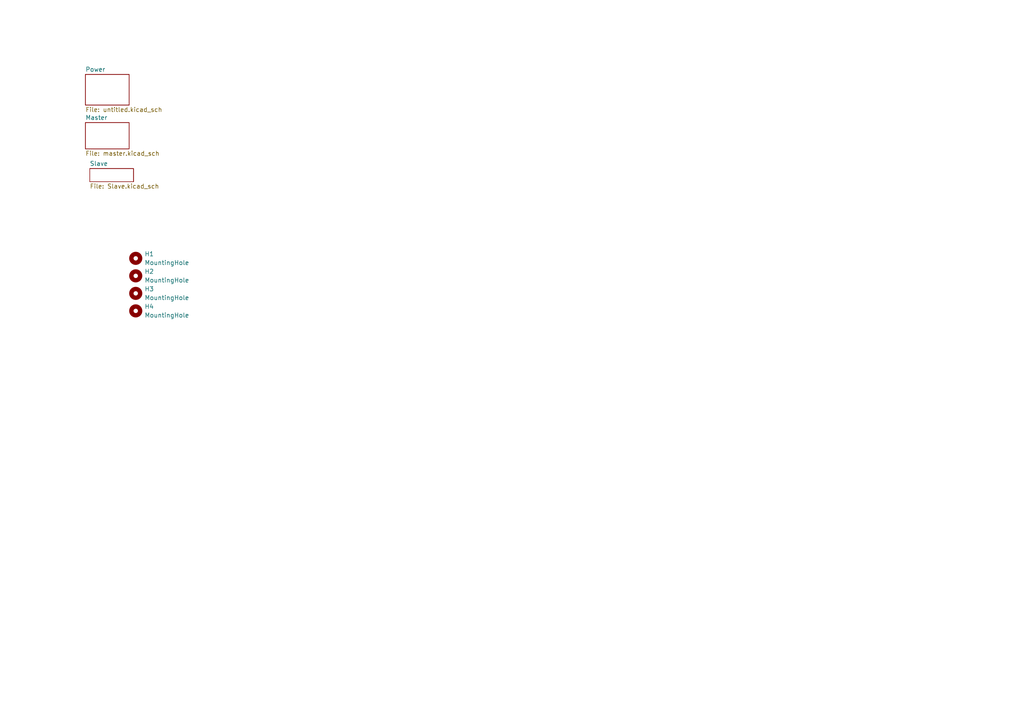
<source format=kicad_sch>
(kicad_sch (version 20250114) (generator "eeschema") (generator_version "9.0")
  (paper "A4")
  (lib_symbols
    (symbol "Mechanical:MountingHole" (pin_names (offset 1.016)) (in_bom no)
      (property "Reference" "H" (at 0 5.08 0))
      (property "Value" "MountingHole" (at 0 3.175 0))
      (symbol "MountingHole_0_1"
        (circle (center 0 0) (radius 1.27) (stroke (width 1.27)))
      )
    )
  )
  (symbol (lib_id "Mechanical:MountingHole") (at 39.37 85.09 0) (unit 1) (in_bom no)
    (property "Reference" "H3" (at 41.91 83.8199 0) (effects (justify left)))
    (property "Value" "MountingHole" (at 41.91 86.3599 0) (effects (justify left)))
    (property "Footprint" "MountingHole:MountingHole_4.3mm_M4" (effects (hide yes)))
    (property "Description" "Mounting Hole without connection" (effects (hide yes)))
  )
  (symbol (lib_id "Mechanical:MountingHole") (at 39.37 80.01 0) (unit 1) (in_bom no)
    (property "Reference" "H2" (at 41.91 78.7399 0) (effects (justify left)))
    (property "Value" "MountingHole" (at 41.91 81.2799 0) (effects (justify left)))
    (property "Footprint" "MountingHole:MountingHole_4.3mm_M4" (effects (hide yes)))
    (property "Description" "Mounting Hole without connection" (effects (hide yes)))
  )
  (symbol (lib_id "Mechanical:MountingHole") (at 39.37 74.93 0) (unit 1) (in_bom no)
    (property "Reference" "H1" (at 41.91 73.6599 0) (effects (justify left)))
    (property "Value" "MountingHole" (at 41.91 76.1999 0) (effects (justify left)))
    (property "Footprint" "MountingHole:MountingHole_4.3mm_M4" (effects (hide yes)))
    (property "Description" "Mounting Hole without connection" (effects (hide yes)))
  )
  (symbol (lib_id "Mechanical:MountingHole") (at 39.37 90.17 0) (unit 1) (in_bom no)
    (property "Reference" "H4" (at 41.91 88.8999 0) (effects (justify left)))
    (property "Value" "MountingHole" (at 41.91 91.4399 0) (effects (justify left)))
    (property "Footprint" "MountingHole:MountingHole_4.3mm_M4" (effects (hide yes)))
    (property "Description" "Mounting Hole without connection" (effects (hide yes)))
  )
  (sheet (at 24.765 35.56) (size 12.7 7.62) (stroke (width 0.1524))
    (property "Sheetname" "Master" (at 24.765 34.8484 0) (effects (justify left bottom)))
    (property "Sheetfile" "master.kicad_sch" (at 24.765 43.7646 0) (effects (justify left top)))
  )
  (sheet (at 26.035 48.895) (size 12.7 3.81) (stroke (width 0.1524))
    (property "Sheetname" "Slave" (at 26.035 48.1834 0) (effects (justify left bottom)))
    (property "Sheetfile" "Slave.kicad_sch" (at 26.035 53.2896 0) (effects (justify left top)))
  )
  (sheet (at 24.765 21.59) (size 12.7 8.89) (stroke (width 0.1524))
    (property "Sheetname" "Power" (at 24.765 20.8784 0) (effects (justify left bottom)))
    (property "Sheetfile" "untitled.kicad_sch" (at 24.765 31.0646 0) (effects (justify left top)))
  )
)
</source>
